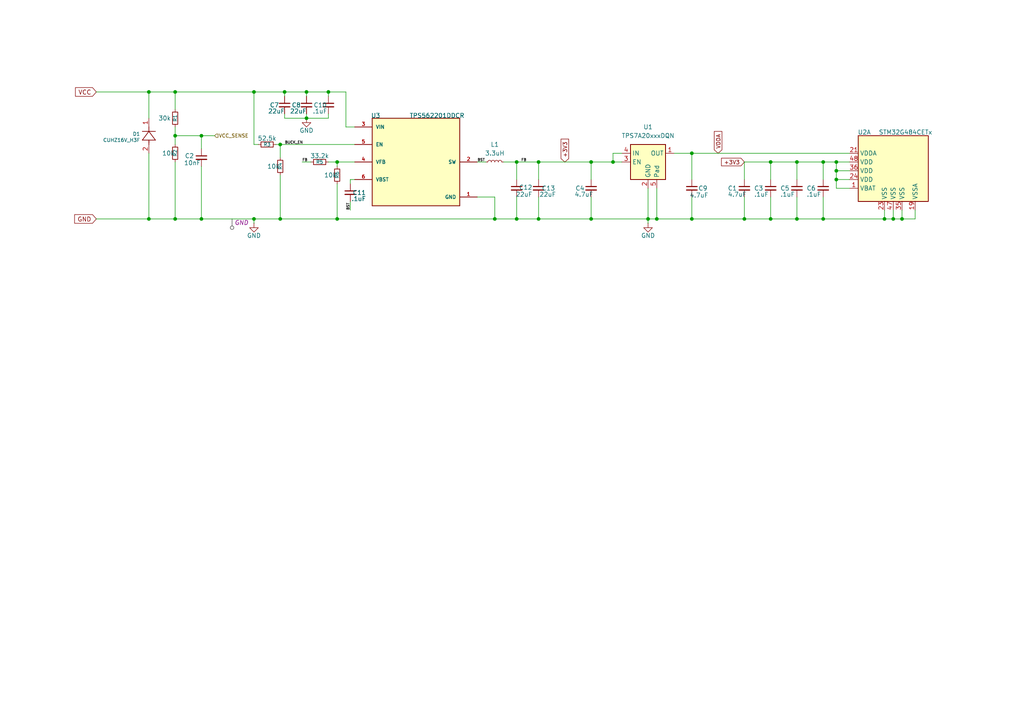
<source format=kicad_sch>
(kicad_sch (version 20250114) (generator "eeschema") (generator_version "9.0")
  (paper "A4")
  (lib_symbols
    (symbol "Device:C_Small" (pin_numbers (hide yes)) (pin_names (offset 0.254) (hide yes))
      (property "Reference" "C" (at 0.254 1.778 0))
      (property "Value" "C_Small" (at 0.254 -2.032 0))
      (symbol "C_Small_0_1"
        (polyline (pts (xy -1.524 0.508) (xy 1.524 0.508)) (stroke (width 0.3048)))
        (polyline (pts (xy -1.524 -0.508) (xy 1.524 -0.508)) (stroke (width 0.3302)))
      )
      (symbol "C_Small_1_1"
        (pin passive line (at 0 2.54 270) (length 2.032) (name "~") (number "1"))
        (pin passive line (at 0 -2.54 90) (length 2.032) (name "~") (number "2"))
      )
    )
    (symbol "Device:L_Small" (pin_numbers (hide yes)) (pin_names (offset 0.254) (hide yes))
      (property "Reference" "L" (at 0.762 1.016 0))
      (property "Value" "L_Small" (at 0.762 -1.016 0))
      (symbol "L_Small_0_1"
        (arc (start 0 2.032) (mid 0.5058 1.524) (end 0 1.016))
        (arc (start 0 1.016) (mid 0.5058 0.508) (end 0 0))
        (arc (start 0 0) (mid 0.5058 -0.508) (end 0 -1.016))
        (arc (start 0 -1.016) (mid 0.5058 -1.524) (end 0 -2.032))
      )
      (symbol "L_Small_1_1"
        (pin passive line (at 0 2.54 270) (length 0.508) (name "~") (number "1"))
        (pin passive line (at 0 -2.54 90) (length 0.508) (name "~") (number "2"))
      )
    )
    (symbol "Device:R_Small" (pin_numbers (hide yes)) (pin_names (offset 0.254) (hide yes))
      (property "Reference" "R" (at 0 0 90))
      (property "Value" "R_Small" (at 1.778 0 90))
      (symbol "R_Small_0_1"
        (rectangle (start -0.762 1.778) (end 0.762 -1.778) (stroke (width 0.2032)))
      )
      (symbol "R_Small_1_1"
        (pin passive line (at 0 2.54 270) (length 0.762) (name "~") (number "1"))
        (pin passive line (at 0 -2.54 90) (length 0.762) (name "~") (number "2"))
      )
    )
    (symbol "ESC:CUHZ16V_H3F" (pin_names (offset 0.254))
      (property "Reference" "CR" (at 0 4.445 0))
      (property "Value" "CUHZ16V_H3F" (at 0 -3.81 0))
      (symbol "CUHZ16V_H3F_1_1"
        (polyline (pts (xy -2.54 0) (xy -1.6002 0)) (stroke (width 0.2032)))
        (polyline (pts (xy -1.905 0) (xy -1.27 0)) (stroke (width 0.2032)))
        (polyline (pts (xy -1.27 1.905) (xy -1.27 -1.905)) (stroke (width 0.2032)))
        (polyline (pts (xy -1.27 -1.905) (xy 1.27 0)) (stroke (width 0.2032)))
        (polyline (pts (xy 1.27 0) (xy -1.27 1.905)) (stroke (width 0.2032)))
        (polyline (pts (xy 1.27 0) (xy 2.54 0)) (stroke (width 0.2032)))
        (polyline (pts (xy 1.27 -1.905) (xy 1.27 1.905)) (stroke (width 0.2032)))
        (pin unspecified line (at -5.08 0 0) (length 2.54) (name "") (number "2"))
        (pin unspecified line (at 5.08 0 180) (length 2.54) (name "") (number "1"))
      )
      (symbol "CUHZ16V_H3F_1_2"
        (polyline (pts (xy -1.905 3.81) (xy 1.905 3.81)) (stroke (width 0.2032)))
        (polyline (pts (xy 0 6.35) (xy -1.905 3.81)) (stroke (width 0.2032)))
        (polyline (pts (xy 0 6.35) (xy 0 7.62)) (stroke (width 0.2032)))
        (polyline (pts (xy 0 3.175) (xy 0 3.81)) (stroke (width 0.2032)))
        (polyline (pts (xy 0 2.54) (xy 0 3.4798)) (stroke (width 0.2032)))
        (polyline (pts (xy 1.905 6.35) (xy -1.905 6.35)) (stroke (width 0.2032)))
        (polyline (pts (xy 1.905 3.81) (xy 0 6.35)) (stroke (width 0.2032)))
        (pin unspecified line (at 0 10.16 270) (length 2.54) (name "") (number "1"))
        (pin unspecified line (at 0 0 90) (length 2.54) (name "") (number "2"))
      )
    )
    (symbol "ESC:TPS562201DDCR" (pin_names (offset 1.016))
      (property "Reference" "U" (at -12.7 13.7 0))
      (property "Value" "TPS562201DDCR" (at -12.7 -16.7 0))
      (symbol "TPS562201DDCR_0_0"
        (rectangle (start -12.7 -12.7) (end 12.7 12.7) (stroke (width 0.254)) (fill (type background)))
        (pin power_in line (at -17.78 10.16 0) (length 5.08) (name "VIN") (number "3"))
        (pin input line (at -17.78 5.08 0) (length 5.08) (name "EN") (number "5"))
        (pin input line (at -17.78 0 0) (length 5.08) (name "VFB") (number "4"))
        (pin input line (at -17.78 -5.08 0) (length 5.08) (name "VBST") (number "6"))
        (pin bidirectional line (at 17.78 0 180) (length 5.08) (name "SW") (number "2"))
        (pin power_in line (at 17.78 -10.16 180) (length 5.08) (name "GND") (number "1"))
      )
    )
    (symbol "MCU_ST_STM32G4:STM32G484CETx"
      (property "Reference" "U2" (at -8.382 11.176 0))
      (property "Value" "STM32G484CETx" (at 3.556 11.176 0))
      (symbol "STM32G484CETx_0_1"
        (rectangle (start -10.16 10.16) (end 10.16 -8.89) (stroke (width 0.254)) (fill (type background)))
      )
      (symbol "STM32G484CETx_1_1"
        (pin power_in line (at -12.7 5.08 0) (length 2.54) (name "VDDA") (number "21"))
        (pin power_in line (at -12.7 2.54 0) (length 2.54) (name "VDD") (number "48"))
        (pin power_in line (at -12.7 0 0) (length 2.54) (name "VDD") (number "36"))
        (pin power_in line (at -12.7 -2.54 0) (length 2.54) (name "VDD") (number "24"))
        (pin power_in line (at -12.7 -5.08 0) (length 2.54) (name "VBAT") (number "1"))
        (pin power_in line (at -2.54 -11.43 90) (length 2.54) (name "VSS") (number "23"))
        (pin passive line (at 0 -11.43 90) (length 2.54) (name "VSS") (number "47"))
        (pin passive line (at 2.54 -11.43 90) (length 2.54) (name "VSS") (number "35"))
        (pin power_in line (at 6.35 -11.43 90) (length 2.54) (name "VSSA") (number "19"))
      )
      (symbol "STM32G484CETx_1_2"
        (rectangle (start -10.16 7.62) (end 8.89 -8.89))
        (pin power_in line (at -12.7 5.08 0) (length 2.54) (name "VDDA") (number "21"))
        (pin power_in line (at -12.7 2.54 0) (length 2.54) (name "VDD") (number "48"))
        (pin power_in line (at -12.7 0 0) (length 2.54) (name "VDD") (number "36"))
        (pin power_in line (at -12.7 -2.54 0) (length 2.54) (name "VDD") (number "24"))
        (pin power_in line (at -12.7 -5.08 0) (length 2.54) (name "VBAT") (number "1"))
        (pin power_in line (at -1.27 -11.43 90) (length 2.54) (name "VSS") (number "23"))
        (pin passive line (at 0 -11.43 90) (length 2.54) (hide yes) (name "VSS") (number "35"))
        (pin passive line (at 0 -11.43 90) (length 2.54) (hide yes) (name "VSS") (number "47"))
        (pin power_in line (at 1.27 -11.43 90) (length 2.54) (name "VSSA") (number "19"))
      )
      (symbol "STM32G484CETx_2_1"
        (pin input line (at -17.78 33.02 0) (length 2.54) (name "VREF+") (number "20"))
        (pin bidirectional line (at -17.78 27.94 0) (length 2.54) (name "PG10") (number "7"))
        (pin bidirectional line (at -17.78 22.86 0) (length 2.54) (name "PF0") (number "5"))
        (pin bidirectional line (at -17.78 20.32 0) (length 2.54) (name "PF1") (number "6"))
        (pin bidirectional line (at -17.78 15.24 0) (length 2.54) (name "PC13") (number "2"))
        (pin bidirectional line (at -17.78 -10.16 0) (length 2.54) (name "PB6") (number "43"))
        (pin bidirectional line (at -17.78 -12.7 0) (length 2.54) (name "PB7") (number "44"))
        (pin bidirectional line (at -17.78 -15.24 0) (length 2.54) (name "PB8") (number "45"))
        (pin bidirectional line (at -17.78 -17.78 0) (length 2.54) (name "PB9") (number "46"))
        (pin bidirectional line (at -17.78 -20.32 0) (length 2.54) (name "PB10") (number "22"))
        (pin bidirectional line (at -17.78 -22.86 0) (length 2.54) (name "PB11") (number "25"))
        (pin bidirectional line (at -17.78 -25.4 0) (length 2.54) (name "PB12") (number "26"))
        (pin bidirectional line (at -17.78 -27.94 0) (length 2.54) (name "PB13") (number "27"))
        (pin bidirectional line (at -17.78 -30.48 0) (length 2.54) (name "PB14") (number "28"))
        (pin bidirectional line (at -17.78 -33.02 0) (length 2.54) (name "PB15") (number "29"))
        (pin bidirectional line (at -15.24 12.7 0) (length 2.54) (name "PC14") (number "3"))
        (pin bidirectional line (at -12.7 10.16 0) (length 2.54) (name "PC15") (number "4"))
        (pin bidirectional line (at -12.7 5.08 0) (length 2.54) (name "PB0") (number "16"))
        (pin bidirectional line (at -12.7 2.54 0) (length 2.54) (name "PB1") (number "17"))
        (pin bidirectional line (at -12.7 0 0) (length 2.54) (name "PB2") (number "18"))
        (pin bidirectional line (at -12.7 -2.54 0) (length 2.54) (name "PB3") (number "40"))
        (pin bidirectional line (at -12.7 -5.08 0) (length 2.54) (name "PB4") (number "41"))
        (pin bidirectional line (at -12.7 -7.62 0) (length 2.54) (name "PB5") (number "42"))
        (pin bidirectional line (at 17.78 33.02 180) (length 2.54) (name "PA0") (number "8"))
        (pin bidirectional line (at 17.78 30.48 180) (length 2.54) (name "PA1") (number "9"))
        (pin bidirectional line (at 17.78 27.94 180) (length 2.54) (name "PA2") (number "10"))
        (pin bidirectional line (at 17.78 25.4 180) (length 2.54) (name "PA3") (number "11"))
        (pin bidirectional line (at 17.78 22.86 180) (length 2.54) (name "PA4") (number "12"))
        (pin bidirectional line (at 17.78 20.32 180) (length 2.54) (name "PA5") (number "13"))
        (pin bidirectional line (at 17.78 17.78 180) (length 2.54) (name "PA6") (number "14"))
        (pin bidirectional line (at 17.78 15.24 180) (length 2.54) (name "PA7") (number "15"))
        (pin bidirectional line (at 17.78 12.7 180) (length 2.54) (name "PA8") (number "30"))
        (pin bidirectional line (at 17.78 10.16 180) (length 2.54) (name "PA9") (number "31"))
        (pin bidirectional line (at 17.78 7.62 180) (length 2.54) (name "PA10") (number "32"))
        (pin bidirectional line (at 17.78 5.08 180) (length 2.54) (name "PA11") (number "33"))
        (pin bidirectional line (at 17.78 2.54 180) (length 2.54) (name "PA12") (number "34"))
        (pin bidirectional line (at 17.78 0 180) (length 2.54) (name "PA13") (number "37"))
        (pin bidirectional line (at 17.78 -2.54 180) (length 2.54) (name "PA14") (number "38"))
        (pin bidirectional line (at 17.78 -5.08 180) (length 2.54) (name "PA15") (number "39"))
      )
      (symbol "STM32G484CETx_2_2"
        (rectangle (start -12.7 30.48) (end 12.7 -41.91) (stroke (width 0.254)) (fill (type color) (color 255 255 194 1)))
        (pin input line (at -15.24 26.67 0) (length 2.54) (name "VREF+") (number "20"))
        (pin bidirectional line (at -15.24 21.59 0) (length 2.54) (name "PG10") (number "7"))
        (pin bidirectional line (at -15.24 16.51 0) (length 2.54) (name "PF0") (number "5"))
        (pin bidirectional line (at -15.24 13.97 0) (length 2.54) (name "PF1") (number "6"))
        (pin bidirectional line (at -15.24 8.89 0) (length 2.54) (name "PC13") (number "2"))
        (pin bidirectional line (at -15.24 6.35 0) (length 2.54) (name "PC14") (number "3"))
        (pin bidirectional line (at -15.24 3.81 0) (length 2.54) (name "PC15") (number "4"))
        (pin bidirectional line (at -15.24 -1.27 0) (length 2.54) (name "PB0") (number "16"))
        (pin bidirectional line (at -15.24 -3.81 0) (length 2.54) (name "PB1") (number "17"))
        (pin bidirectional line (at -15.24 -6.35 0) (length 2.54) (name "PB2") (number "18"))
        (pin bidirectional line (at -15.24 -8.89 0) (length 2.54) (name "PB3") (number "40"))
        (pin bidirectional line (at -15.24 -11.43 0) (length 2.54) (name "PB4") (number "41"))
        (pin bidirectional line (at -15.24 -13.97 0) (length 2.54) (name "PB5") (number "42"))
        (pin bidirectional line (at -15.24 -16.51 0) (length 2.54) (name "PB6") (number "43"))
        (pin bidirectional line (at -15.24 -19.05 0) (length 2.54) (name "PB7") (number "44"))
        (pin bidirectional line (at -15.24 -21.59 0) (length 2.54) (name "PB8") (number "45"))
        (pin bidirectional line (at -15.24 -24.13 0) (length 2.54) (name "PB9") (number "46"))
        (pin bidirectional line (at -15.24 -26.67 0) (length 2.54) (name "PB10") (number "22"))
        (pin bidirectional line (at -15.24 -29.21 0) (length 2.54) (name "PB11") (number "25"))
        (pin bidirectional line (at -15.24 -31.75 0) (length 2.54) (name "PB12") (number "26"))
        (pin bidirectional line (at -15.24 -34.29 0) (length 2.54) (name "PB13") (number "27"))
        (pin bidirectional line (at -15.24 -36.83 0) (length 2.54) (name "PB14") (number "28"))
        (pin bidirectional line (at -15.24 -39.37 0) (length 2.54) (name "PB15") (number "29"))
        (pin bidirectional line (at 15.24 12.7 180) (length 2.54) (name "PA0") (number "8"))
        (pin bidirectional line (at 15.24 10.16 180) (length 2.54) (name "PA1") (number "9"))
        (pin bidirectional line (at 15.24 7.62 180) (length 2.54) (name "PA2") (number "10"))
        (pin bidirectional line (at 15.24 5.08 180) (length 2.54) (name "PA3") (number "11"))
        (pin bidirectional line (at 15.24 2.54 180) (length 2.54) (name "PA4") (number "12"))
        (pin bidirectional line (at 15.24 0 180) (length 2.54) (name "PA5") (number "13"))
        (pin bidirectional line (at 15.24 -2.54 180) (length 2.54) (name "PA6") (number "14"))
        (pin bidirectional line (at 15.24 -5.08 180) (length 2.54) (name "PA7") (number "15"))
        (pin bidirectional line (at 15.24 -7.62 180) (length 2.54) (name "PA8") (number "30"))
        (pin bidirectional line (at 15.24 -10.16 180) (length 2.54) (name "PA9") (number "31"))
        (pin bidirectional line (at 15.24 -12.7 180) (length 2.54) (name "PA10") (number "32"))
        (pin bidirectional line (at 15.24 -15.24 180) (length 2.54) (name "PA11") (number "33"))
        (pin bidirectional line (at 15.24 -17.78 180) (length 2.54) (name "PA12") (number "34"))
        (pin bidirectional line (at 15.24 -20.32 180) (length 2.54) (name "PA13") (number "37"))
        (pin bidirectional line (at 15.24 -22.86 180) (length 2.54) (name "PA14") (number "38"))
        (pin bidirectional line (at 15.24 -25.4 180) (length 2.54) (name "PA15") (number "39"))
      )
    )
    (symbol "Regulator_Linear:TPS7A20xxxDQN"
      (property "Reference" "U" (at -3.81 6.35 0))
      (property "Value" "TPS7A20xxxDQN" (at 6.35 6.35 0))
      (symbol "TPS7A20xxxDQN_0_1"
        (rectangle (start -5.08 5.08) (end 5.08 -5.08) (stroke (width 0.254)) (fill (type background)))
        (pin power_in line (at -7.62 2.54 0) (length 2.54) (name "IN") (number "4"))
        (pin input line (at -7.62 0 0) (length 2.54) (name "EN") (number "3"))
        (pin power_in line (at 0 -7.62 90) (length 2.54) (name "GND") (number "2"))
        (pin power_out line (at 7.62 2.54 180) (length 2.54) (name "OUT") (number "1"))
      )
      (symbol "TPS7A20xxxDQN_1_1"
        (pin passive line (at 2.54 -7.62 90) (length 2.54) (name "Pad") (number "5"))
      )
    )
    (symbol "power:GND" (power) (pin_numbers (hide yes)) (pin_names (offset 0) (hide yes))
      (property "Value" "GND" (at 0 -3.81 0))
      (symbol "GND_0_1"
        (polyline (pts (xy 0 0) (xy 0 -1.27) (xy 1.27 -1.27) (xy 0 -2.54) (xy -1.27 -1.27) (xy 0 -1.27)))
      )
      (symbol "GND_1_1"
        (pin power_in line (at 0 0 270) (length 0) (name "~") (number "1"))
      )
    )
  )
  (junction (at 156.21 46.99))
  (junction (at 43.18 63.5))
  (junction (at 97.79 46.99))
  (junction (at 97.79 63.5))
  (junction (at 187.96 63.5))
  (junction (at 171.45 63.5))
  (junction (at 231.14 46.99))
  (junction (at 143.51 63.5))
  (junction (at 82.55 26.67))
  (junction (at 149.86 63.5))
  (junction (at 50.8 63.5))
  (junction (at 231.14 63.5))
  (junction (at 200.66 63.5))
  (junction (at 88.9 26.67))
  (junction (at 242.57 52.07))
  (junction (at 256.54 63.5))
  (junction (at 81.28 41.91))
  (junction (at 43.18 26.67))
  (junction (at 88.9 34.29))
  (junction (at 261.62 63.5))
  (junction (at 171.45 46.99))
  (junction (at 238.76 46.99))
  (junction (at 223.52 63.5))
  (junction (at 73.66 63.5))
  (junction (at 73.66 26.67))
  (junction (at 200.66 44.45))
  (junction (at 81.28 63.5))
  (junction (at 238.76 63.5))
  (junction (at 95.25 26.67))
  (junction (at 223.52 46.99))
  (junction (at 149.86 46.99))
  (junction (at 50.8 39.37))
  (junction (at 242.57 49.53))
  (junction (at 156.21 63.5))
  (junction (at 259.08 63.5))
  (junction (at 190.5 63.5))
  (junction (at 242.57 46.99))
  (junction (at 215.9 63.5))
  (junction (at 177.8 46.99))
  (junction (at 50.8 26.67))
  (junction (at 58.42 63.5))
  (junction (at 58.42 39.37))
  (wire (pts (xy 95.25 46.99) (xy 97.79 46.99)))
  (wire (pts (xy 256.54 63.5) (xy 259.08 63.5)))
  (wire (pts (xy 82.55 34.29) (xy 88.9 34.29)))
  (wire (pts (xy 256.54 63.5) (xy 238.76 63.5)))
  (wire (pts (xy 101.6 53.34) (xy 101.6 52.07)))
  (wire (pts (xy 97.79 46.99) (xy 102.87 46.99)))
  (wire (pts (xy 200.66 44.45) (xy 200.66 52.07)))
  (wire (pts (xy 238.76 57.15) (xy 238.76 63.5)))
  (wire (pts (xy 27.94 26.67) (xy 43.18 26.67)))
  (wire (pts (xy 50.8 26.67) (xy 73.66 26.67)))
  (wire (pts (xy 100.33 36.83) (xy 100.33 26.67)))
  (wire (pts (xy 50.8 39.37) (xy 50.8 41.91)))
  (wire (pts (xy 190.5 54.61) (xy 190.5 63.5)))
  (wire (pts (xy 242.57 46.99) (xy 246.38 46.99)))
  (wire (pts (xy 58.42 39.37) (xy 58.42 43.18)))
  (wire (pts (xy 215.9 52.07) (xy 215.9 46.99)))
  (wire (pts (xy 101.6 60.96) (xy 101.6 58.42)))
  (wire (pts (xy 87.63 46.99) (xy 90.17 46.99)))
  (wire (pts (xy 187.96 54.61) (xy 187.96 63.5)))
  (wire (pts (xy 143.51 57.15) (xy 143.51 63.5)))
  (wire (pts (xy 97.79 53.34) (xy 97.79 63.5)))
  (wire (pts (xy 73.66 63.5) (xy 81.28 63.5)))
  (wire (pts (xy 180.34 46.99) (xy 177.8 46.99)))
  (wire (pts (xy 261.62 60.96) (xy 261.62 63.5)))
  (wire (pts (xy 156.21 52.07) (xy 156.21 46.99)))
  (wire (pts (xy 223.52 46.99) (xy 223.52 52.07)))
  (wire (pts (xy 156.21 63.5) (xy 171.45 63.5)))
  (wire (pts (xy 43.18 26.67) (xy 43.18 34.29)))
  (wire (pts (xy 149.86 46.99) (xy 149.86 52.07)))
  (wire (pts (xy 238.76 46.99) (xy 238.76 52.07)))
  (wire (pts (xy 238.76 46.99) (xy 242.57 46.99)))
  (wire (pts (xy 195.58 44.45) (xy 200.66 44.45)))
  (wire (pts (xy 242.57 46.99) (xy 242.57 49.53)))
  (wire (pts (xy 27.94 63.5) (xy 43.18 63.5)))
  (wire (pts (xy 200.66 57.15) (xy 200.66 63.5)))
  (wire (pts (xy 215.9 63.5) (xy 215.9 57.15)))
  (wire (pts (xy 259.08 60.96) (xy 259.08 63.5)))
  (wire (pts (xy 215.9 46.99) (xy 223.52 46.99)))
  (wire (pts (xy 238.76 63.5) (xy 231.14 63.5)))
  (wire (pts (xy 156.21 46.99) (xy 149.86 46.99)))
  (wire (pts (xy 231.14 46.99) (xy 231.14 52.07)))
  (wire (pts (xy 81.28 50.8) (xy 81.28 63.5)))
  (wire (pts (xy 246.38 52.07) (xy 242.57 52.07)))
  (wire (pts (xy 58.42 39.37) (xy 62.23 39.37)))
  (wire (pts (xy 171.45 63.5) (xy 187.96 63.5)))
  (wire (pts (xy 43.18 63.5) (xy 50.8 63.5)))
  (wire (pts (xy 95.25 26.67) (xy 95.25 27.94)))
  (wire (pts (xy 81.28 41.91) (xy 102.87 41.91)))
  (wire (pts (xy 223.52 57.15) (xy 223.52 63.5)))
  (wire (pts (xy 171.45 52.07) (xy 171.45 46.99)))
  (wire (pts (xy 242.57 49.53) (xy 242.57 52.07)))
  (wire (pts (xy 82.55 26.67) (xy 88.9 26.67)))
  (wire (pts (xy 246.38 54.61) (xy 242.57 54.61)))
  (wire (pts (xy 231.14 57.15) (xy 231.14 63.5)))
  (wire (pts (xy 58.42 63.5) (xy 50.8 63.5)))
  (wire (pts (xy 81.28 41.91) (xy 81.28 45.72)))
  (wire (pts (xy 242.57 52.07) (xy 242.57 54.61)))
  (wire (pts (xy 97.79 63.5) (xy 143.51 63.5)))
  (wire (pts (xy 265.43 60.96) (xy 265.43 63.5)))
  (wire (pts (xy 73.66 41.91) (xy 74.93 41.91)))
  (wire (pts (xy 156.21 57.15) (xy 156.21 63.5)))
  (wire (pts (xy 100.33 26.67) (xy 95.25 26.67)))
  (wire (pts (xy 73.66 26.67) (xy 73.66 41.91)))
  (wire (pts (xy 223.52 46.99) (xy 231.14 46.99)))
  (wire (pts (xy 190.5 63.5) (xy 187.96 63.5)))
  (wire (pts (xy 143.51 63.5) (xy 149.86 63.5)))
  (wire (pts (xy 156.21 63.5) (xy 149.86 63.5)))
  (wire (pts (xy 88.9 34.29) (xy 95.25 34.29)))
  (wire (pts (xy 88.9 26.67) (xy 88.9 27.94)))
  (wire (pts (xy 177.8 46.99) (xy 177.8 44.45)))
  (wire (pts (xy 256.54 60.96) (xy 256.54 63.5)))
  (wire (pts (xy 187.96 63.5) (xy 187.96 64.77)))
  (wire (pts (xy 242.57 49.53) (xy 246.38 49.53)))
  (wire (pts (xy 146.05 46.99) (xy 149.86 46.99)))
  (wire (pts (xy 80.01 41.91) (xy 81.28 41.91)))
  (wire (pts (xy 149.86 57.15) (xy 149.86 63.5)))
  (wire (pts (xy 138.43 46.99) (xy 140.97 46.99)))
  (wire (pts (xy 231.14 46.99) (xy 238.76 46.99)))
  (wire (pts (xy 43.18 26.67) (xy 50.8 26.67)))
  (wire (pts (xy 102.87 36.83) (xy 100.33 36.83)))
  (wire (pts (xy 50.8 39.37) (xy 58.42 39.37)))
  (wire (pts (xy 50.8 46.99) (xy 50.8 63.5)))
  (wire (pts (xy 200.66 63.5) (xy 215.9 63.5)))
  (wire (pts (xy 259.08 63.5) (xy 261.62 63.5)))
  (wire (pts (xy 101.6 52.07) (xy 102.87 52.07)))
  (wire (pts (xy 171.45 57.15) (xy 171.45 63.5)))
  (wire (pts (xy 50.8 26.67) (xy 50.8 31.75)))
  (wire (pts (xy 73.66 26.67) (xy 82.55 26.67)))
  (wire (pts (xy 73.66 63.5) (xy 73.66 64.77)))
  (wire (pts (xy 177.8 44.45) (xy 180.34 44.45)))
  (wire (pts (xy 97.79 48.26) (xy 97.79 46.99)))
  (wire (pts (xy 58.42 63.5) (xy 73.66 63.5)))
  (wire (pts (xy 200.66 63.5) (xy 190.5 63.5)))
  (wire (pts (xy 58.42 48.26) (xy 58.42 63.5)))
  (wire (pts (xy 95.25 34.29) (xy 95.25 33.02)))
  (wire (pts (xy 223.52 63.5) (xy 231.14 63.5)))
  (wire (pts (xy 82.55 34.29) (xy 82.55 33.02)))
  (wire (pts (xy 156.21 46.99) (xy 171.45 46.99)))
  (wire (pts (xy 81.28 63.5) (xy 97.79 63.5)))
  (wire (pts (xy 171.45 46.99) (xy 177.8 46.99)))
  (wire (pts (xy 200.66 44.45) (xy 246.38 44.45)))
  (wire (pts (xy 88.9 34.29) (xy 88.9 33.02)))
  (wire (pts (xy 138.43 57.15) (xy 143.51 57.15)))
  (wire (pts (xy 43.18 44.45) (xy 43.18 63.5)))
  (wire (pts (xy 265.43 63.5) (xy 261.62 63.5)))
  (wire (pts (xy 50.8 36.83) (xy 50.8 39.37)))
  (wire (pts (xy 88.9 26.67) (xy 95.25 26.67)))
  (wire (pts (xy 82.55 26.67) (xy 82.55 27.94)))
  (wire (pts (xy 223.52 63.5) (xy 215.9 63.5)))
  (label "BST" (at 138.43 46.99 0) (effects (font (size 0.762 0.762))))
  (label "BUCK_EN" (at 82.55 41.91 0) (effects (font (size 0.762 0.762))))
  (label "BST" (at 101.6 60.96 90) (effects (font (size 0.762 0.762))))
  (label "FB" (at 151.13 46.99 0) (effects (font (size 0.762 0.762))))
  (label "FB" (at 87.63 46.99 0) (effects (font (size 0.762 0.762))))
  (global_label "+3V3" (shape input) (at 163.83 46.99 90) (effects (font (size 1.125 1.125))) (property "Intersheetrefs" "${INTERSHEET_REFS}" (effects (hide yes))))
  (global_label "GND" (shape input) (at 27.94 63.5 180) (property "Intersheetrefs" "${INTERSHEET_REFS}" (effects (hide yes))))
  (global_label "+3V3" (shape input) (at 215.9 46.99 180) (effects (font (size 1.125 1.125))) (property "Intersheetrefs" "${INTERSHEET_REFS}" (effects (hide yes))))
  (global_label "VDDA" (shape input) (at 208.28 44.45 90) (effects (font (size 1.125 1.125))) (property "Intersheetrefs" "${INTERSHEET_REFS}" (effects (hide yes))))
  (global_label "VCC" (shape input) (at 27.94 26.67 180) (property "Intersheetrefs" "${INTERSHEET_REFS}" (effects (hide yes))))
  (hierarchical_label "VCC_SENSE" (shape input) (at 62.23 39.37 0) (effects (font (size 1.016 1.016))))
  (netclass_flag "" (length 2.54) (shape round) (at 67.31 63.5 180) (property "Netclass" "GND" (effects (hide yes))) (property "Component Class" "GND" (at 68.0085 64.5795 0) (effects (font (italic yes)) (justify left))))
  (symbol (lib_id "Device:C_Small") (at 231.14 54.61 0) (unit 1)
    (property "Reference" "C5" (at 226.314 54.61 0) (effects (justify left)))
    (property "Value" ".1uF" (at 226.314 56.388 0) (effects (justify left)))
    (property "Footprint" "Capacitor_SMD:C_0805_2012Metric" (effects (hide yes)))
    (property "Description" "Unpolarized capacitor, small symbol" (effects (hide yes)))
  )
  (symbol (lib_id "power:GND") (at 88.9 34.29 0) (unit 1)
    (property "Reference" "#PWR04" (effects (hide yes)))
    (property "Value" "GND" (at 88.9 37.846 0))
    (property "Description" "Power symbol creates a global label with name \"GND\" , ground" (effects (hide yes)))
  )
  (symbol (lib_id "power:GND") (at 187.96 64.77 0) (unit 1)
    (property "Reference" "#PWR03" (effects (hide yes)))
    (property "Value" "GND" (at 187.96 68.326 0))
    (property "Description" "Power symbol creates a global label with name \"GND\" , ground" (effects (hide yes)))
  )
  (symbol (lib_id "Device:R_Small") (at 50.8 34.29 0) (unit 1)
    (property "Reference" "R1" (at 50.8 34.29 90) (effects (font (size 1.016 1.016))))
    (property "Value" "30k" (at 47.752 34.29 0))
    (property "Footprint" "Resistor_SMD:R_0805_2012Metric" (effects (hide yes)))
    (property "Description" "Resistor, small symbol" (effects (hide yes)))
  )
  (symbol (lib_id "Device:R_Small") (at 92.71 46.99 270) (unit 1)
    (property "Reference" "R5" (at 92.71 46.99 90) (effects (font (size 1.016 1.016))))
    (property "Value" "33.2k" (at 92.71 45.212 90))
    (property "Footprint" "Resistor_SMD:R_0805_2012Metric" (effects (hide yes)))
    (property "Description" "Resistor, small symbol" (effects (hide yes)))
  )
  (symbol (lib_id "power:GND") (at 73.66 64.77 0) (unit 1)
    (property "Reference" "#PWR02" (effects (hide yes)))
    (property "Value" "GND" (at 73.66 68.326 0))
    (property "Description" "Power symbol creates a global label with name \"GND\" , ground" (effects (hide yes)))
  )
  (symbol (lib_id "Device:C_Small") (at 58.42 45.72 0) (unit 1)
    (property "Reference" "C2" (at 53.594 45.212 0) (effects (justify left)))
    (property "Value" "10nF" (at 53.34 47.244 0) (effects (justify left)))
    (property "Footprint" "Capacitor_SMD:C_0603_1608Metric" (effects (hide yes)))
    (property "Description" "Unpolarized capacitor, small symbol" (effects (hide yes)))
  )
  (symbol (lib_id "Device:L_Small") (at 143.51 46.99 90) (unit 1)
    (property "Reference" "L1" (at 143.51 41.91 90))
    (property "Value" "3.3uH" (at 143.51 44.45 90))
    (property "Footprint" "esc-land-patterns:INDC2012X145N" (effects (hide yes)))
    (property "Description" "Inductor, small symbol" (effects (hide yes)))
  )
  (symbol (lib_id "Regulator_Linear:TPS7A20xxxDQN") (at 187.96 46.99 0) (unit 1)
    (property "Reference" "U1" (at 187.96 36.83 0))
    (property "Value" "TPS7A20xxxDQN" (at 187.96 39.37 0))
    (property "Footprint" "Package_SON:Texas_X2SON-4_1x1mm_P0.65mm" (effects (hide yes)))
    (property "Datasheet" "https://www.ti.com/lit/ds/symlink/tps7a20.pdf" (effects (hide yes)))
    (property "Description" "300 mA Low Dropout Voltage Regulator, Fixed Output, 1.6..6.0Vin, Low-Noise (7μV RMS), 6.5μA IQ LDO, X2SON-5" (effects (hide yes)))
  )
  (symbol (lib_id "Device:C_Small") (at 223.52 54.61 0) (unit 1)
    (property "Reference" "C3" (at 218.694 54.61 0) (effects (justify left)))
    (property "Value" ".1uF" (at 218.694 56.388 0) (effects (justify left)))
    (property "Footprint" "Capacitor_SMD:C_0805_2012Metric" (effects (hide yes)))
    (property "Description" "Unpolarized capacitor, small symbol" (effects (hide yes)))
  )
  (symbol (lib_id "Device:C_Small") (at 101.6 55.88 0) (mirror y) (unit 1)
    (property "Reference" "C11" (at 106.172 55.88 0) (effects (justify left)))
    (property "Value" ".1uF" (at 106.172 57.658 0) (effects (justify left)))
    (property "Footprint" "Capacitor_SMD:C_0805_2012Metric" (effects (hide yes)))
    (property "Description" "Unpolarized capacitor, small symbol" (effects (hide yes)))
  )
  (symbol (lib_id "Device:C_Small") (at 238.76 54.61 0) (unit 1)
    (property "Reference" "C6" (at 233.934 54.61 0) (effects (justify left)))
    (property "Value" ".1uF" (at 233.934 56.388 0) (effects (justify left)))
    (property "Footprint" "Capacitor_SMD:C_0805_2012Metric" (effects (hide yes)))
    (property "Description" "Unpolarized capacitor, small symbol" (effects (hide yes)))
  )
  (symbol (lib_id "Device:R_Small") (at 97.79 50.8 0) (unit 1)
    (property "Reference" "R6" (at 97.79 51.816 90) (effects (font (size 1.016 1.016)) (justify left)))
    (property "Value" "10k" (at 93.98 50.8 0) (effects (justify left)))
    (property "Footprint" "Resistor_SMD:R_0805_2012Metric" (effects (hide yes)))
    (property "Description" "Resistor, small symbol" (effects (hide yes)))
  )
  (symbol (lib_id "ESC:TPS562201DDCR") (at 120.65 46.99 0) (unit 1)
    (property "Reference" "U3" (at 108.966 33.528 0))
    (property "Value" "TPS562201DDCR" (at 126.746 33.528 0))
    (property "Footprint" "esc-land-patterns:SOT95P280X110-6N" (effects (hide yes)))
    (property "Datasheet" "https://www.ti.com/lit/ds/symlink/tps562201.pdf?ts=1756856755403" (effects (hide yes)))
    (property "PARTREV" "A" (effects (hide yes)))
    (property "STANDARD" "IPC-7351B" (effects (hide yes)))
    (property "MAXIMUM_PACKAGE_HEIGHT" "1.10 mm" (effects (hide yes)))
    (property "MANUFACTURER" "Texas Instruments" (effects (hide yes)))
  )
  (symbol (lib_id "Device:C_Small") (at 95.25 30.48 0) (unit 1)
    (property "Reference" "C10" (at 90.932 30.48 0) (effects (justify left)))
    (property "Value" ".1uF" (at 90.678 32.258 0) (effects (justify left)))
    (property "Footprint" "Capacitor_SMD:C_0805_2012Metric" (effects (hide yes)))
    (property "Description" "Unpolarized capacitor, small symbol" (effects (hide yes)))
  )
  (symbol (lib_id "Device:C_Small") (at 149.86 54.61 0) (mirror y) (unit 1)
    (property "Reference" "C12" (at 154.432 54.356 0) (effects (justify left)))
    (property "Value" "22uF" (at 154.432 56.388 0) (effects (justify left)))
    (property "Footprint" "Capacitor_SMD:C_1206_3216Metric" (effects (hide yes)))
    (property "Description" "Unpolarized capacitor, small symbol" (effects (hide yes)))
  )
  (symbol (lib_id "Device:C_Small") (at 171.45 54.61 0) (unit 1)
    (property "Reference" "C4" (at 166.878 54.61 0) (effects (justify left)))
    (property "Value" "4.7uF" (at 166.624 56.388 0) (effects (justify left)))
    (property "Footprint" "Capacitor_SMD:C_0805_2012Metric" (effects (hide yes)))
    (property "Description" "Unpolarized capacitor, small symbol" (effects (hide yes)))
  )
  (symbol (lib_id "Device:R_Small") (at 81.28 48.26 0) (unit 1)
    (property "Reference" "R4" (at 81.28 49.276 90) (effects (font (size 1.016 1.016)) (justify left)))
    (property "Value" "10k" (at 77.47 48.26 0) (effects (justify left)))
    (property "Footprint" "Resistor_SMD:R_0805_2012Metric" (effects (hide yes)))
    (property "Description" "Resistor, small symbol" (effects (hide yes)))
  )
  (symbol (lib_id "Device:R_Small") (at 77.47 41.91 270) (unit 1)
    (property "Reference" "R3" (at 77.47 41.91 90) (effects (font (size 1.016 1.016))))
    (property "Value" "52.5k" (at 77.47 40.132 90))
    (property "Footprint" "Resistor_SMD:R_0805_2012Metric" (effects (hide yes)))
    (property "Description" "Resistor, small symbol" (effects (hide yes)))
  )
  (symbol (lib_id "Device:C_Small") (at 88.9 30.48 0) (unit 1)
    (property "Reference" "C8" (at 84.582 30.48 0) (effects (justify left)))
    (property "Value" "22uF" (at 84.074 32.258 0) (effects (justify left)))
    (property "Footprint" "Capacitor_SMD:C_1206_3216Metric" (effects (hide yes)))
    (property "Description" "Unpolarized capacitor, small symbol" (effects (hide yes)))
  )
  (symbol (lib_id "MCU_ST_STM32G4:STM32G484CETx") (at 259.08 49.53 0) (unit 1)
    (property "Reference" "U2" (at 250.698 38.354 0))
    (property "Value" "STM32G484CETx" (at 262.636 38.354 0))
    (property "Footprint" "Package_QFP:LQFP-48_7x7mm_P0.5mm" (effects (hide yes)))
    (property "Datasheet" "https://www.st.com/resource/en/datasheet/stm32g484ce.pdf" (effects (hide yes)))
    (property "Description" "STMicroelectronics Arm Cortex-M4 MCU, 512KB flash, 128KB RAM, 170 MHz, 1.71-3.6V, 38 GPIO, LQFP48" (effects (hide yes)))
  )
  (symbol (lib_id "Device:C_Small") (at 215.9 54.61 0) (unit 1)
    (property "Reference" "C1" (at 211.074 54.61 0) (effects (justify left)))
    (property "Value" "4.7uF" (at 211.074 56.388 0) (effects (justify left)))
    (property "Footprint" "Capacitor_SMD:C_0805_2012Metric" (effects (hide yes)))
    (property "Description" "Unpolarized capacitor, small symbol" (effects (hide yes)))
  )
  (symbol (lib_id "ESC:CUHZ16V_H3F") (at 43.18 39.37 90) (unit 1)
    (property "Reference" "D1" (at 40.64 38.862 90) (effects (font (size 1.016 1.016)) (justify left)))
    (property "Value" "CUHZ16V_H3F" (at 40.64 40.64 90) (effects (font (size 1.016 1.016)) (justify left)))
    (property "Footprint" "esc-land-patterns:SON65P200X200X80-7N" (effects (hide yes)))
    (property "Datasheet" "https://toshiba.semicon-storage.com/info/docget.jsp?did=141580&prodName=CUHZ16V" (effects (hide yes)))
    (property "Description" "Zener Voltage (16V typ.) > Typical Input (12.6V max) & Clamp Voltage (17V) < Abs. max for TPS562201DDCR" (effects (hide yes)))
  )
  (symbol (lib_id "Device:C_Small") (at 82.55 30.48 0) (unit 1)
    (property "Reference" "C7" (at 78.232 30.48 0) (effects (justify left)))
    (property "Value" "22uF" (at 77.724 32.258 0) (effects (justify left)))
    (property "Footprint" "Capacitor_SMD:C_1206_3216Metric" (effects (hide yes)))
    (property "Description" "Unpolarized capacitor, small symbol" (effects (hide yes)))
  )
  (symbol (lib_id "Device:C_Small") (at 156.21 54.61 0) (mirror y) (unit 1)
    (property "Reference" "C13" (at 161.036 54.61 0) (effects (justify left)))
    (property "Value" "22uF" (at 161.29 56.388 0) (effects (justify left)))
    (property "Footprint" "Capacitor_SMD:C_1206_3216Metric" (effects (hide yes)))
    (property "Description" "Unpolarized capacitor, small symbol" (effects (hide yes)))
  )
  (symbol (lib_id "Device:C_Small") (at 200.66 54.61 0) (mirror y) (unit 1)
    (property "Reference" "C9" (at 205.232 54.61 0) (effects (justify left)))
    (property "Value" "4.7uF" (at 205.486 56.642 0) (effects (justify left)))
    (property "Footprint" "Capacitor_SMD:C_0805_2012Metric" (effects (hide yes)))
    (property "Description" "Unpolarized capacitor, small symbol" (effects (hide yes)))
  )
  (symbol (lib_id "Device:R_Small") (at 50.8 44.45 0) (unit 1)
    (property "Reference" "R2" (at 50.8 45.466 90) (effects (font (size 1.016 1.016)) (justify left)))
    (property "Value" "10k" (at 46.99 44.45 0) (effects (justify left)))
    (property "Footprint" "Resistor_SMD:R_0805_2012Metric" (effects (hide yes)))
    (property "Description" "Resistor, small symbol" (effects (hide yes)))
  )
)
</source>
